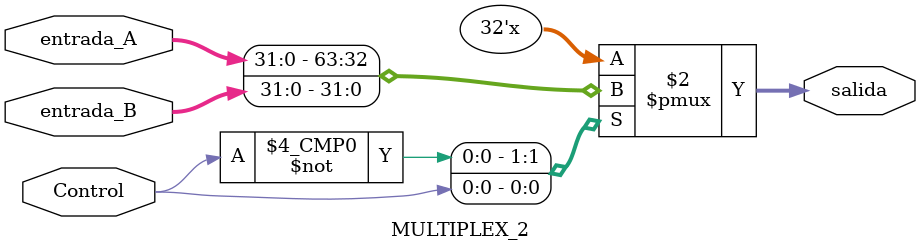
<source format=v>
`timescale 1ns / 1ps


module MULTIPLEX_2(input[31:0]entrada_A,entrada_B,input Control,output reg [31:0] salida);


always @(*) begin //Siempre que una entrada cambie 
        case (Control)
            1'b0: salida = entrada_A ;   // Suma
            1'b1: salida = entrada_B;  // Desplazamiento a la derecha
            default: salida  = 32'd0;
        endcase
end
endmodule

</source>
